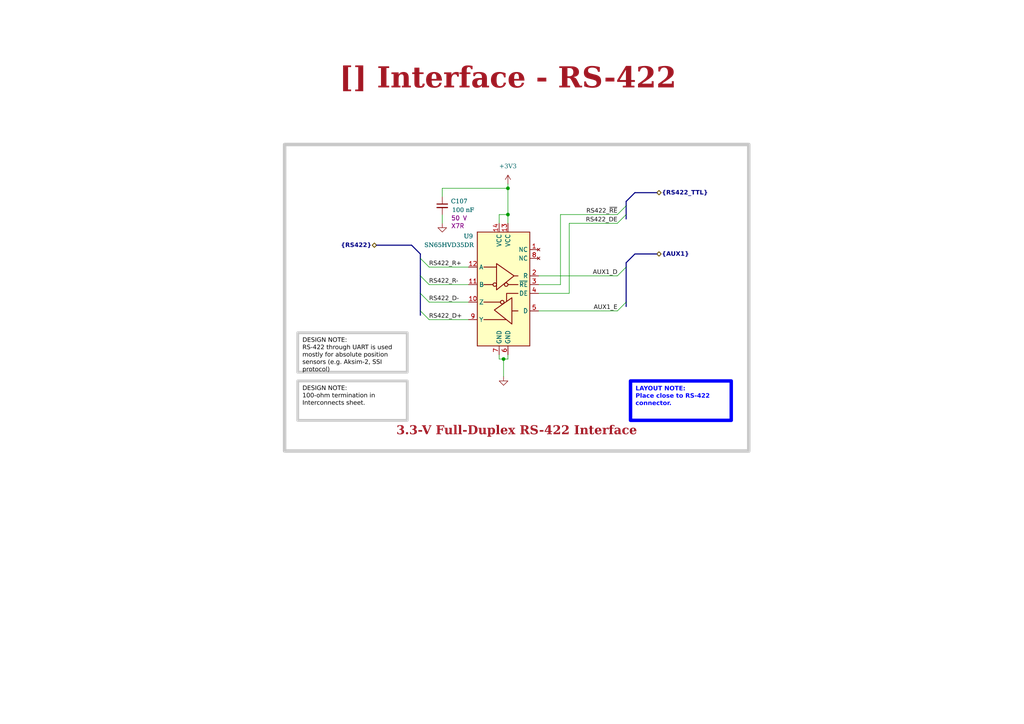
<source format=kicad_sch>
(kicad_sch (version 20231120) (generator "eeschema") (generator_version "8.0")
  (paper "A4")
  (title_block (title "Interface - RS-422") (date "2023-10-15") (rev "${REVISION}") (company "${COMPANY}"))
  (lib_symbols
    (symbol "0_interface_uart:SN65HVD35DR"
      (property "Reference" "U" (at -7.62 19.05 0))
      (property "Value" "SN65HVD35DR" (at 10.16 -16.51 0))
      (symbol "SN65HVD35DR_0_1"
        (rectangle (start -7.62 17.78) (end 7.62 -15.24) (stroke (width 0.254)) (fill (type background)))
      )
      (symbol "SN65HVD35DR_1_1"
        (circle (center -0.762 2.54) (radius 0.508) (stroke (width 0.254)))
        (polyline (pts (xy -4.191 2.54) (xy -1.27 2.54)) (stroke (width 0.254)))
        (polyline (pts (xy -2.54 -5.08) (xy -4.191 -5.08)) (stroke (width 0.254)))
        (polyline (pts (xy -0.635 -7.62) (xy 5.715 -7.62)) (stroke (width 0.254)))
        (polyline (pts (xy 0.889 -2.54) (xy 5.715 -2.54)) (stroke (width 0.254)))
        (polyline (pts (xy 2.032 7.62) (xy 5.715 7.62)) (stroke (width 0.254)))
        (polyline (pts (xy 3.048 2.54) (xy 5.715 2.54)) (stroke (width 0.254)))
        (polyline (pts (xy -4.191 0) (xy -0.889 0) (xy -0.889 -2.286)) (stroke (width 0.254)))
        (polyline (pts (xy -3.175 5.08) (xy -4.191 5.08) (xy -4.064 5.08)) (stroke (width 0.254)))
        (polyline (pts (xy -2.413 -5.08) (xy -2.413 -1.27) (xy 2.667 -4.826) (xy -2.413 -8.89) (xy -2.413 -5.08)) (stroke (width 0.254)))
        (polyline (pts (xy 2.032 4.826) (xy 2.032 8.636) (xy -3.048 5.08) (xy 2.032 1.016) (xy 2.032 4.826)) (stroke (width 0.254)))
        (circle (center 0.381 -2.54) (radius 0.508) (stroke (width 0.254)))
        (circle (center 2.54 2.54) (radius 0.508) (stroke (width 0.254)))
        (pin no_connect line (at -10.16 12.7 0) (length 2.54) (name "NC") (number "1"))
        (pin output line (at 10.16 -2.54 180) (length 2.54) (name "Z") (number "10"))
        (pin input line (at 10.16 2.54 180) (length 2.54) (name "B") (number "11"))
        (pin input line (at 10.16 7.62 180) (length 2.54) (name "A") (number "12"))
        (pin power_in line (at -1.27 20.32 270) (length 2.54) (name "VCC") (number "13"))
        (pin power_in line (at 1.27 20.32 270) (length 2.54) (name "VCC") (number "14"))
        (pin output line (at -10.16 5.08 0) (length 2.54) (name "R") (number "2"))
        (pin input line (at -10.16 2.54 0) (length 2.54) (name "~{RE}") (number "3"))
        (pin input line (at -10.16 0 0) (length 2.54) (name "DE") (number "4"))
        (pin input line (at -10.16 -5.08 0) (length 2.54) (name "D") (number "5"))
        (pin power_in line (at -1.27 -17.78 90) (length 2.54) (name "GND") (number "6"))
        (pin power_in line (at 1.27 -17.78 90) (length 2.54) (name "GND") (number "7"))
        (pin no_connect line (at -10.16 10.16 0) (length 2.54) (name "NC") (number "8"))
        (pin output line (at 10.16 -7.62 180) (length 2.54) (name "Y") (number "9"))
      )
    )
    (symbol "Device:C_Small" (pin_numbers hide) (pin_names (offset 0.254) hide)
      (property "Reference" "C" (at 0.254 1.778 0))
      (property "Value" "C_Small" (at 0.254 -2.032 0))
      (symbol "C_Small_0_1"
        (polyline (pts (xy -1.524 -0.508) (xy 1.524 -0.508)) (stroke (width 0.3302)))
        (polyline (pts (xy -1.524 0.508) (xy 1.524 0.508)) (stroke (width 0.3048)))
      )
      (symbol "C_Small_1_1"
        (pin passive line (at 0 2.54 270) (length 2.032) (name "~") (number "1"))
        (pin passive line (at 0 -2.54 90) (length 2.032) (name "~") (number "2"))
      )
    )
    (symbol "power:+3V3" (power) (pin_names (offset 0))
      (property "Value" "+3V3" (at 0 3.556 0))
      (symbol "+3V3_0_1"
        (polyline (pts (xy -0.762 1.27) (xy 0 2.54)))
        (polyline (pts (xy 0 0) (xy 0 2.54)))
        (polyline (pts (xy 0 2.54) (xy 0.762 1.27)))
      )
      (symbol "+3V3_1_1"
        (pin power_in line (at 0 0 90) (length 0) hide (name "+3V3") (number "1"))
      )
    )
    (symbol "power:GND" (power) (pin_names (offset 0))
      (property "Value" "GND" (at 0 -3.81 0))
      (symbol "GND_0_1"
        (polyline (pts (xy 0 0) (xy 0 -1.27) (xy 1.27 -1.27) (xy 0 -2.54) (xy -1.27 -1.27) (xy 0 -1.27)))
      )
      (symbol "GND_1_1"
        (pin power_in line (at 0 0 270) (length 0) hide (name "GND") (number "1"))
      )
    )
  )
  (junction (at 146.05 104.14))
  (junction (at 147.32 54.61))
  (junction (at 147.32 62.23))
  (bus_entry (at 179.07 90.17) (size 2.54 -2.54))
  (bus_entry (at 179.07 64.77) (size 2.54 -2.54))
  (bus_entry (at 179.07 62.23) (size 2.54 -2.54))
  (bus_entry (at 121.92 90.17) (size 2.54 2.54))
  (bus_entry (at 121.92 80.01) (size 2.54 2.54))
  (bus_entry (at 121.92 74.93) (size 2.54 2.54))
  (bus_entry (at 179.07 80.01) (size 2.54 -2.54))
  (bus_entry (at 121.92 85.09) (size 2.54 2.54))
  (wire (pts (xy 146.05 104.14) (xy 147.32 104.14)))
  (wire (pts (xy 147.32 54.61) (xy 147.32 62.23)))
  (wire (pts (xy 124.46 92.71) (xy 135.89 92.71)))
  (bus (pts (xy 184.15 73.66) (xy 181.61 76.2)))
  (wire (pts (xy 124.46 82.55) (xy 135.89 82.55)))
  (bus (pts (xy 181.61 87.63) (xy 181.61 88.9)))
  (wire (pts (xy 144.78 104.14) (xy 144.78 102.87)))
  (wire (pts (xy 144.78 62.23) (xy 144.78 64.77)))
  (bus (pts (xy 121.92 80.01) (xy 121.92 85.09)))
  (bus (pts (xy 121.92 73.66) (xy 121.92 74.93)))
  (wire (pts (xy 156.21 80.01) (xy 179.07 80.01)))
  (bus (pts (xy 121.92 74.93) (xy 121.92 80.01)))
  (bus (pts (xy 119.38 71.12) (xy 121.92 73.66)))
  (bus (pts (xy 109.22 71.12) (xy 119.38 71.12)))
  (bus (pts (xy 181.61 76.2) (xy 181.61 77.47)))
  (bus (pts (xy 181.61 62.23) (xy 181.61 63.5)))
  (wire (pts (xy 128.27 64.77) (xy 128.27 62.23)))
  (wire (pts (xy 128.27 54.61) (xy 147.32 54.61)))
  (wire (pts (xy 147.32 62.23) (xy 147.32 64.77)))
  (wire (pts (xy 165.1 85.09) (xy 156.21 85.09)))
  (wire (pts (xy 128.27 57.15) (xy 128.27 54.61)))
  (bus (pts (xy 181.61 59.69) (xy 181.61 62.23)))
  (wire (pts (xy 124.46 87.63) (xy 135.89 87.63)))
  (bus (pts (xy 184.15 55.88) (xy 181.61 58.42)))
  (wire (pts (xy 162.56 82.55) (xy 162.56 62.23)))
  (wire (pts (xy 124.46 77.47) (xy 135.89 77.47)))
  (bus (pts (xy 184.15 73.66) (xy 190.5 73.66)))
  (bus (pts (xy 121.92 90.17) (xy 121.92 91.44)))
  (wire (pts (xy 165.1 64.77) (xy 179.07 64.77)))
  (wire (pts (xy 147.32 102.87) (xy 147.32 104.14)))
  (wire (pts (xy 162.56 62.23) (xy 179.07 62.23)))
  (wire (pts (xy 165.1 64.77) (xy 165.1 85.09)))
  (wire (pts (xy 156.21 90.17) (xy 179.07 90.17)))
  (bus (pts (xy 121.92 85.09) (xy 121.92 90.17)))
  (wire (pts (xy 144.78 62.23) (xy 147.32 62.23)))
  (bus (pts (xy 184.15 55.88) (xy 190.5 55.88)))
  (wire (pts (xy 156.21 82.55) (xy 162.56 82.55)))
  (bus (pts (xy 181.61 77.47) (xy 181.61 87.63)))
  (bus (pts (xy 181.61 58.42) (xy 181.61 59.69)))
  (wire (pts (xy 147.32 53.34) (xy 147.32 54.61)))
  (wire (pts (xy 146.05 104.14) (xy 144.78 104.14)))
  (wire (pts (xy 146.05 109.22) (xy 146.05 104.14)))
  (rectangle (start 82.55 41.91) (end 217.17 130.81) (stroke (width 1) (color 200 200 200 1)))
  (text_box "LAYOUT NOTE:\nPlace close to RS-422 connector." (at 182.88 110.49 0) (size 29.21 11.43) (stroke (width 1) (color 0 0 255 1)) (effects (font (size 1.27 1.27) (thickness 0.4) (bold yes)) (justify left top)))
  (text_box "DESIGN NOTE:\nRS-422 through UART is used mostly for absolute position sensors (e.g. Aksim-2, SSI protocol)" (at 86.36 96.52 0) (size 31.75 11.43) (stroke (width 0.8) (color 200 200 200 1)) (effects (font (size 1.27 1.27)) (justify left top)))
  (text_box "DESIGN NOTE:\n100-ohm termination in Interconnects sheet." (at 86.36 110.49 0) (size 31.75 11.43) (stroke (width 0.8) (color 200 200 200 1)) (effects (font (size 1.27 1.27)) (justify left top)))
  (text_box "3.3-V Full-Duplex RS-422 Interface" (at 83.82 119.38 0) (size 132.08 8.89) (stroke (width -0.0001)) (effects (font (size 2.54 2.54) (thickness 0.508) (bold yes)) (justify bottom)))
  (text_box "[${#}] ${TITLE}" (at 78.74 16.51 0) (size 137.16 12.7) (stroke (width -0.0001)) (effects (font (size 6 6) (thickness 1.2) (bold yes))))
  (label "RS422_~{RE}" (at 179.07 62.23 180))
  (label "RS422_D-" (at 124.46 87.63 0))
  (label "RS422_D+" (at 124.46 92.71 0))
  (label "RS422_R+" (at 124.46 77.47 0))
  (label "AUX1_E" (at 179.07 90.17 180))
  (label "AUX1_D" (at 179.07 80.01 180))
  (label "RS422_DE" (at 179.07 64.77 180))
  (label "RS422_R-" (at 124.46 82.55 0))
  (hierarchical_label "{RS422}" (shape bidirectional) (at 109.22 71.12 180) (effects (font (bold yes))))
  (hierarchical_label "{AUX1}" (shape bidirectional) (at 190.5 73.66 0) (effects (font (bold yes))))
  (hierarchical_label "{RS422_TTL}" (shape bidirectional) (at 190.5 55.88 0) (effects (font (bold yes))))
  (symbol (lib_id "power:+3V3") (at 147.32 53.34 0) (unit 1)
    (property "Reference" "#PWR054" (effects (hide yes)))
    (property "Value" "+3V3" (at 147.32 48.26 0))
  )
  (symbol (lib_id "Device:C_Small") (at 128.27 59.69 0) (unit 1)
    (property "Reference" "C107" (at 130.81 58.4263 0) (effects (justify left)))
    (property "Value" "100 nF" (at 130.81 60.9663 0) (effects (justify left)))
    (property "Footprint" "0_capacitor_smd:C_0402_1005_DensityHigh" (effects (hide yes)))
    (property "Datasheet" "https://search.murata.co.jp/Ceramy/image/img/A01X/G101/ENG/GCM155R71H104KE02-01.pdf" (effects (hide yes)))
    (property "Description" "0.1 µF ±10% 50V Ceramic Capacitor X7R 0402 (1005 Metric)" (effects (hide yes)))
    (property "Supplier 1" "Digikey" (effects (hide yes)))
    (property "Supplier Part Number 1" "490-14514-1-ND" (effects (hide yes)))
    (property "manf" "Murata Electronics" (effects (hide yes)))
    (property "manf#" "GCM155R71H104KE02J" (effects (hide yes)))
    (property "Manufacturer" "Murata Electronics" (effects (hide yes)))
    (property "Manufacturer Part Number" "GCM155R71H104KE02J" (effects (hide yes)))
    (property "voltage" "50 V" (at 130.81 63.2523 0) (effects (justify left)))
    (property "temp_coef" "X7R" (at 130.81 65.53829999999999 0) (effects (justify left)))
  )
  (symbol (lib_id "power:GND") (at 128.27 64.77 0) (unit 1)
    (property "Reference" "#PWR052" (effects (hide yes)))
    (property "Value" "GND" (effects (hide yes)))
  )
  (symbol (lib_id "power:GND") (at 146.05 109.22 0) (unit 1)
    (property "Reference" "#PWR053" (effects (hide yes)))
    (property "Value" "GND" (effects (hide yes)))
  )
  (symbol (lib_id "0_interface_uart:SN65HVD35DR") (at 146.05 85.09 0) (mirror y) (unit 1)
    (property "Reference" "U9" (at 137.16 68.58 0) (effects (justify left)))
    (property "Value" "SN65HVD35DR" (at 137.16 71.12 0) (effects (justify left)))
    (property "Footprint" "0_package_SO:SOIC-14 5.4mm" (effects (hide yes)))
    (property "Datasheet" "https://www.ti.com/lit/ds/symlink/sn65hvd30.pdf" (effects (hide yes)))
    (property "Description" "SN65HVD3x 3.3-V Full-Duplex RS-485 Drivers and Receivers" (effects (hide yes)))
    (property "Supplier 1" "Digikey" (effects (hide yes)))
    (property "Supplier Part Number 1" "296-18706-1-ND" (effects (hide yes)))
    (property "manf" "Texas Instruments" (effects (hide yes)))
    (property "manf#" "SN65HVD35DR" (effects (hide yes)))
    (property "Manufacturer" "Texas Instruments" (effects (hide yes)))
    (property "Manufacturer Part Number" "SN65HVD35DR" (effects (hide yes)))
  )
)
</source>
